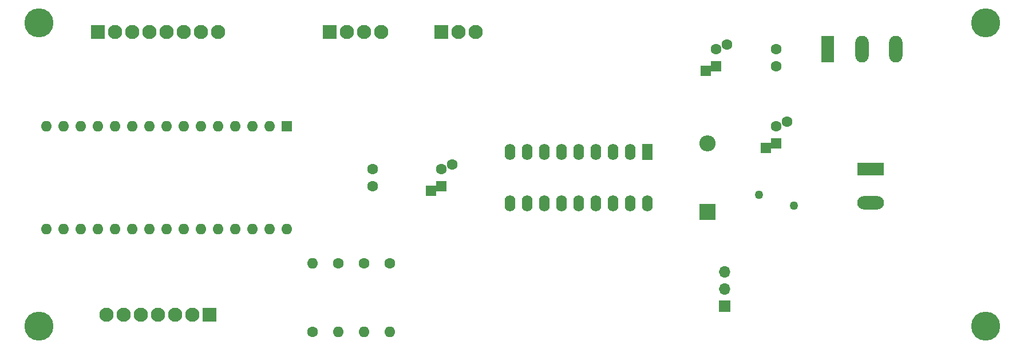
<source format=gbr>
%TF.GenerationSoftware,KiCad,Pcbnew,5.1.9+dfsg1-1*%
%TF.CreationDate,2021-06-11T06:32:11+02:00*%
%TF.ProjectId,one-dim-pong,6f6e652d-6469-46d2-9d70-6f6e672e6b69,rev?*%
%TF.SameCoordinates,Original*%
%TF.FileFunction,Soldermask,Top*%
%TF.FilePolarity,Negative*%
%FSLAX46Y46*%
G04 Gerber Fmt 4.6, Leading zero omitted, Abs format (unit mm)*
G04 Created by KiCad (PCBNEW 5.1.9+dfsg1-1) date 2021-06-11 06:32:11*
%MOMM*%
%LPD*%
G01*
G04 APERTURE LIST*
%ADD10C,1.270000*%
%ADD11O,2.400000X2.400000*%
%ADD12R,2.400000X2.400000*%
%ADD13O,3.960000X1.980000*%
%ADD14R,3.960000X1.980000*%
%ADD15C,1.600000*%
%ADD16R,1.600000X1.600000*%
%ADD17C,2.100000*%
%ADD18R,2.100000X2.100000*%
%ADD19O,1.600000X1.600000*%
%ADD20C,4.300000*%
%ADD21O,1.600000X2.400000*%
%ADD22R,1.600000X2.400000*%
%ADD23O,1.980000X3.960000*%
%ADD24R,1.980000X3.960000*%
%ADD25O,1.700000X1.700000*%
%ADD26R,1.700000X1.700000*%
G04 APERTURE END LIST*
D10*
%TO.C,F1*%
X187960000Y-99060000D03*
X193060000Y-100660000D03*
%TD*%
D11*
%TO.C,D1*%
X180340000Y-91440000D03*
D12*
X180340000Y-101600000D03*
%TD*%
D13*
%TO.C,J3*%
X204470000Y-100250000D03*
D14*
X204470000Y-95250000D03*
%TD*%
D15*
%TO.C,C3*%
X192100000Y-88269063D03*
D16*
X188900000Y-92110937D03*
D15*
X190500000Y-88940000D03*
D16*
X190500000Y-91440000D03*
%TD*%
D17*
%TO.C,J7*%
X132080000Y-74930000D03*
X129540000Y-74930000D03*
X127000000Y-74930000D03*
D18*
X124460000Y-74930000D03*
%TD*%
D19*
%TO.C,A1*%
X82550000Y-104140000D03*
X82550000Y-88900000D03*
X118110000Y-104140000D03*
X85090000Y-88900000D03*
X115570000Y-104140000D03*
X87630000Y-88900000D03*
X113030000Y-104140000D03*
X90170000Y-88900000D03*
X110490000Y-104140000D03*
X92710000Y-88900000D03*
X107950000Y-104140000D03*
X95250000Y-88900000D03*
X105410000Y-104140000D03*
X97790000Y-88900000D03*
X102870000Y-104140000D03*
X100330000Y-88900000D03*
X100330000Y-104140000D03*
X102870000Y-88900000D03*
X97790000Y-104140000D03*
X105410000Y-88900000D03*
X95250000Y-104140000D03*
X107950000Y-88900000D03*
X92710000Y-104140000D03*
X110490000Y-88900000D03*
X90170000Y-104140000D03*
X113030000Y-88900000D03*
X87630000Y-104140000D03*
X115570000Y-88900000D03*
X85090000Y-104140000D03*
D16*
X118110000Y-88900000D03*
%TD*%
D20*
%TO.C,REF\u002A\u002A*%
X221410000Y-73570000D03*
%TD*%
%TO.C,REF\u002A\u002A*%
X81410000Y-73570000D03*
%TD*%
%TO.C,REF\u002A\u002A*%
X221410000Y-118570000D03*
%TD*%
%TO.C,REF\u002A\u002A*%
X81410000Y-118570000D03*
%TD*%
D21*
%TO.C,U1*%
X171450000Y-100330000D03*
X151130000Y-92710000D03*
X168910000Y-100330000D03*
X153670000Y-92710000D03*
X166370000Y-100330000D03*
X156210000Y-92710000D03*
X163830000Y-100330000D03*
X158750000Y-92710000D03*
X161290000Y-100330000D03*
X161290000Y-92710000D03*
X158750000Y-100330000D03*
X163830000Y-92710000D03*
X156210000Y-100330000D03*
X166370000Y-92710000D03*
X153670000Y-100330000D03*
X168910000Y-92710000D03*
X151130000Y-100330000D03*
D22*
X171450000Y-92710000D03*
%TD*%
D19*
%TO.C,R4*%
X125730000Y-119380000D03*
D15*
X125730000Y-109220000D03*
%TD*%
D19*
%TO.C,R3*%
X129540000Y-119380000D03*
D15*
X129540000Y-109220000D03*
%TD*%
D19*
%TO.C,R2*%
X133350000Y-119380000D03*
D15*
X133350000Y-109220000D03*
%TD*%
D19*
%TO.C,R1*%
X121920000Y-109220000D03*
D15*
X121920000Y-119380000D03*
%TD*%
D23*
%TO.C,J6*%
X208120000Y-77470000D03*
X203120000Y-77470000D03*
D24*
X198120000Y-77470000D03*
%TD*%
D17*
%TO.C,J5*%
X146050000Y-74930000D03*
X143510000Y-74930000D03*
D18*
X140970000Y-74930000D03*
%TD*%
D25*
%TO.C,J4*%
X182880000Y-110490000D03*
X182880000Y-113030000D03*
D26*
X182880000Y-115570000D03*
%TD*%
D17*
%TO.C,J2*%
X91440000Y-116840000D03*
X93980000Y-116840000D03*
X96520000Y-116840000D03*
X99060000Y-116840000D03*
X101600000Y-116840000D03*
X104140000Y-116840000D03*
D18*
X106680000Y-116840000D03*
%TD*%
D17*
%TO.C,J1*%
X107950000Y-74930000D03*
X105410000Y-74930000D03*
X102870000Y-74930000D03*
X100330000Y-74930000D03*
X97790000Y-74930000D03*
X95250000Y-74930000D03*
X92710000Y-74930000D03*
D18*
X90170000Y-74930000D03*
%TD*%
D15*
%TO.C,C5*%
X190500000Y-77510000D03*
X190500000Y-80010000D03*
%TD*%
%TO.C,C4*%
X183210000Y-76839063D03*
D16*
X180010000Y-80680937D03*
D15*
X181610000Y-77510000D03*
D16*
X181610000Y-80010000D03*
%TD*%
D15*
%TO.C,C2*%
X142570000Y-94619063D03*
D16*
X139370000Y-98460937D03*
D15*
X140970000Y-95290000D03*
D16*
X140970000Y-97790000D03*
%TD*%
D15*
%TO.C,C1*%
X130810000Y-95290000D03*
X130810000Y-97790000D03*
%TD*%
M02*

</source>
